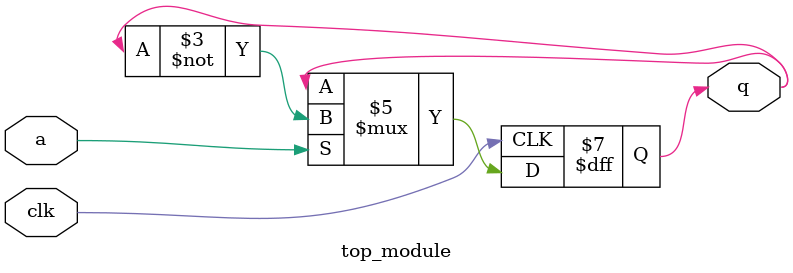
<source format=sv>
module top_module (
    input clk,
    input a,
    output reg q
);
    always @(posedge clk) begin
        if (a == 1) begin
            q <= ~q;
        end else begin
            q <= q;
        end
    end
endmodule

</source>
